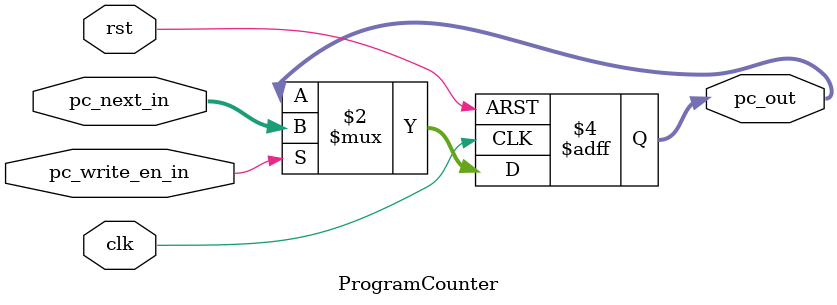
<source format=sv>
module ProgramCounter #(
    parameter WIDTH = 32
) (
    input  logic              clk,
    input  logic              rst,     // active high reset
    input  logic              pc_write_en_in,   // enable PC write
    input  logic [WIDTH-1:0]  pc_next_in,      // next PC value
    output logic [WIDTH-1:0]  pc_out
);

    always_ff @(posedge clk or posedge rst) begin
        if (rst)
            pc_out <= '0;
        else if (pc_write_en_in)
            pc_out <= pc_next_in;
    end

endmodule

</source>
